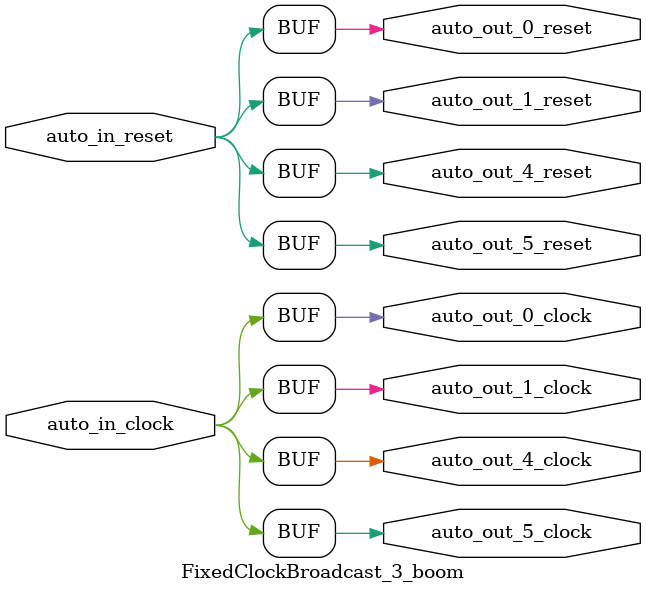
<source format=sv>
`ifndef RANDOMIZE
  `ifdef RANDOMIZE_REG_INIT
    `define RANDOMIZE
  `endif // RANDOMIZE_REG_INIT
`endif // not def RANDOMIZE
`ifndef RANDOMIZE
  `ifdef RANDOMIZE_MEM_INIT
    `define RANDOMIZE
  `endif // RANDOMIZE_MEM_INIT
`endif // not def RANDOMIZE

`ifndef RANDOM
  `define RANDOM $random
`endif // not def RANDOM

// Users can define 'PRINTF_COND' to add an extra gate to prints.
`ifndef PRINTF_COND_
  `ifdef PRINTF_COND
    `define PRINTF_COND_ (`PRINTF_COND)
  `else  // PRINTF_COND
    `define PRINTF_COND_ 1
  `endif // PRINTF_COND
`endif // not def PRINTF_COND_

// Users can define 'ASSERT_VERBOSE_COND' to add an extra gate to assert error printing.
`ifndef ASSERT_VERBOSE_COND_
  `ifdef ASSERT_VERBOSE_COND
    `define ASSERT_VERBOSE_COND_ (`ASSERT_VERBOSE_COND)
  `else  // ASSERT_VERBOSE_COND
    `define ASSERT_VERBOSE_COND_ 1
  `endif // ASSERT_VERBOSE_COND
`endif // not def ASSERT_VERBOSE_COND_

// Users can define 'STOP_COND' to add an extra gate to stop conditions.
`ifndef STOP_COND_
  `ifdef STOP_COND
    `define STOP_COND_ (`STOP_COND)
  `else  // STOP_COND
    `define STOP_COND_ 1
  `endif // STOP_COND
`endif // not def STOP_COND_

// Users can define INIT_RANDOM as general code that gets injected into the
// initializer block for modules with registers.
`ifndef INIT_RANDOM
  `define INIT_RANDOM
`endif // not def INIT_RANDOM

// If using random initialization, you can also define RANDOMIZE_DELAY to
// customize the delay used, otherwise 0.002 is used.
`ifndef RANDOMIZE_DELAY
  `define RANDOMIZE_DELAY 0.002
`endif // not def RANDOMIZE_DELAY

// Define INIT_RANDOM_PROLOG_ for use in our modules below.
`ifndef INIT_RANDOM_PROLOG_
  `ifdef RANDOMIZE
    `ifdef VERILATOR
      `define INIT_RANDOM_PROLOG_ `INIT_RANDOM
    `else  // VERILATOR
      `define INIT_RANDOM_PROLOG_ `INIT_RANDOM #`RANDOMIZE_DELAY begin end
    `endif // VERILATOR
  `else  // RANDOMIZE
    `define INIT_RANDOM_PROLOG_
  `endif // RANDOMIZE
`endif // not def INIT_RANDOM_PROLOG_

module FixedClockBroadcast_3_boom(
  input  auto_in_clock,
         auto_in_reset,
  output auto_out_5_clock,
         auto_out_5_reset,
         auto_out_4_clock,
         auto_out_4_reset,
         auto_out_1_clock,
         auto_out_1_reset,
         auto_out_0_clock,
         auto_out_0_reset
);

  assign auto_out_5_clock = auto_in_clock;
  assign auto_out_5_reset = auto_in_reset;
  assign auto_out_4_clock = auto_in_clock;
  assign auto_out_4_reset = auto_in_reset;
  assign auto_out_1_clock = auto_in_clock;
  assign auto_out_1_reset = auto_in_reset;
  assign auto_out_0_clock = auto_in_clock;
  assign auto_out_0_reset = auto_in_reset;
endmodule


</source>
